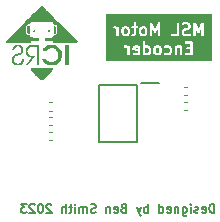
<source format=gbr>
%TF.GenerationSoftware,KiCad,Pcbnew,7.0.1*%
%TF.CreationDate,2023-06-28T22:55:46+01:00*%
%TF.ProjectId,Motor Encoder Board,4d6f746f-7220-4456-9e63-6f6465722042,rev?*%
%TF.SameCoordinates,Original*%
%TF.FileFunction,Legend,Bot*%
%TF.FilePolarity,Positive*%
%FSLAX46Y46*%
G04 Gerber Fmt 4.6, Leading zero omitted, Abs format (unit mm)*
G04 Created by KiCad (PCBNEW 7.0.1) date 2023-06-28 22:55:46*
%MOMM*%
%LPD*%
G01*
G04 APERTURE LIST*
%ADD10C,0.200000*%
%ADD11C,0.150000*%
%ADD12C,0.120000*%
G04 APERTURE END LIST*
D10*
G36*
X120464573Y-55440756D02*
G01*
X120489243Y-55465426D01*
X120519047Y-55525034D01*
X120519047Y-55763536D01*
X120489243Y-55823143D01*
X120464572Y-55847814D01*
X120404965Y-55877619D01*
X120309320Y-55877619D01*
X120249713Y-55847815D01*
X120225042Y-55823143D01*
X120195238Y-55763536D01*
X120195238Y-55525034D01*
X120225042Y-55465425D01*
X120249712Y-55440756D01*
X120309320Y-55410952D01*
X120404965Y-55410952D01*
X120464573Y-55440756D01*
G37*
G36*
X119559811Y-55440756D02*
G01*
X119584481Y-55465426D01*
X119614285Y-55525034D01*
X119614285Y-55763536D01*
X119584481Y-55823143D01*
X119559810Y-55847814D01*
X119500203Y-55877619D01*
X119356939Y-55877619D01*
X119338095Y-55868197D01*
X119338095Y-55420374D01*
X119356939Y-55410952D01*
X119500203Y-55410952D01*
X119559811Y-55440756D01*
G37*
G36*
X118687368Y-55433106D02*
G01*
X118709523Y-55477415D01*
X118709523Y-55522304D01*
X118438037Y-55468007D01*
X118455487Y-55433106D01*
X118499796Y-55410952D01*
X118643060Y-55410952D01*
X118687368Y-55433106D01*
G37*
G36*
X119250287Y-53820756D02*
G01*
X119274957Y-53845426D01*
X119304761Y-53905034D01*
X119304761Y-54143536D01*
X119274957Y-54203143D01*
X119250286Y-54227814D01*
X119190679Y-54257619D01*
X119095034Y-54257619D01*
X119035427Y-54227815D01*
X119010756Y-54203143D01*
X118980952Y-54143536D01*
X118980952Y-53905034D01*
X119010756Y-53845425D01*
X119035426Y-53820756D01*
X119095034Y-53790952D01*
X119190679Y-53790952D01*
X119250287Y-53820756D01*
G37*
G36*
X117774096Y-53820756D02*
G01*
X117798766Y-53845426D01*
X117828570Y-53905034D01*
X117828570Y-54143536D01*
X117798766Y-54203143D01*
X117774095Y-54227814D01*
X117714488Y-54257619D01*
X117618843Y-54257619D01*
X117559236Y-54227815D01*
X117534565Y-54203143D01*
X117504761Y-54143536D01*
X117504761Y-53905034D01*
X117534565Y-53845425D01*
X117559235Y-53820756D01*
X117618843Y-53790952D01*
X117714488Y-53790952D01*
X117774096Y-53820756D01*
G37*
G36*
X124997620Y-56542857D02*
G01*
X116002381Y-56542857D01*
X116002381Y-55325784D01*
X117515886Y-55325784D01*
X117540281Y-55379203D01*
X117589684Y-55410952D01*
X117690679Y-55410952D01*
X117750287Y-55440756D01*
X117774957Y-55465426D01*
X117804761Y-55525034D01*
X117804761Y-55991998D01*
X117817084Y-56033966D01*
X117861466Y-56072423D01*
X117919593Y-56080780D01*
X117973012Y-56056385D01*
X118004761Y-56006982D01*
X118004761Y-55543359D01*
X118229267Y-55543359D01*
X118233333Y-55560648D01*
X118233333Y-55563426D01*
X118236614Y-55574601D01*
X118242711Y-55600525D01*
X118244827Y-55602571D01*
X118245656Y-55605394D01*
X118265782Y-55622833D01*
X118284929Y-55641347D01*
X118287814Y-55641924D01*
X118290038Y-55643851D01*
X118316398Y-55647640D01*
X118709523Y-55726265D01*
X118709523Y-55811154D01*
X118687368Y-55855464D01*
X118643060Y-55877619D01*
X118499796Y-55877619D01*
X118412812Y-55834127D01*
X118369764Y-55826380D01*
X118315519Y-55848878D01*
X118282049Y-55897131D01*
X118279979Y-55955820D01*
X118309968Y-56006311D01*
X118426651Y-56064653D01*
X118446827Y-56077619D01*
X118467262Y-56077619D01*
X118487378Y-56081239D01*
X118496106Y-56077619D01*
X118661281Y-56077619D01*
X118685124Y-56080193D01*
X118703400Y-56071054D01*
X118723013Y-56065296D01*
X118729201Y-56058154D01*
X118783838Y-56030835D01*
X118787725Y-56030973D01*
X118809867Y-56017821D01*
X118819486Y-56013012D01*
X118822173Y-56010511D01*
X118838215Y-56000984D01*
X118843256Y-55990901D01*
X118851512Y-55983222D01*
X118856134Y-55965144D01*
X118896555Y-55884301D01*
X118909523Y-55864124D01*
X118909523Y-55843688D01*
X118913143Y-55823573D01*
X118909523Y-55814845D01*
X118909523Y-55661460D01*
X118913589Y-55649972D01*
X118909523Y-55632684D01*
X118909523Y-55459193D01*
X118912097Y-55435350D01*
X118902958Y-55417072D01*
X118897200Y-55397462D01*
X118890058Y-55391274D01*
X118875543Y-55362244D01*
X119133938Y-55362244D01*
X119138095Y-55374753D01*
X119138095Y-55928233D01*
X119137122Y-55955820D01*
X119138095Y-55957458D01*
X119138095Y-55991998D01*
X119150418Y-56033966D01*
X119194800Y-56072423D01*
X119252927Y-56080780D01*
X119285641Y-56065840D01*
X119303970Y-56077619D01*
X119324405Y-56077619D01*
X119344521Y-56081239D01*
X119353249Y-56077619D01*
X119518424Y-56077619D01*
X119542267Y-56080193D01*
X119560543Y-56071054D01*
X119580156Y-56065296D01*
X119586344Y-56058154D01*
X119652552Y-56025050D01*
X119668996Y-56021473D01*
X119688481Y-56001987D01*
X119708655Y-55983222D01*
X119709139Y-55981328D01*
X119728512Y-55961955D01*
X119742977Y-55953364D01*
X119755294Y-55928729D01*
X119768506Y-55904533D01*
X119768366Y-55902585D01*
X119801319Y-55836680D01*
X119814285Y-55816505D01*
X119814285Y-55796070D01*
X119817905Y-55775954D01*
X119814285Y-55767226D01*
X119814285Y-55512616D01*
X119991618Y-55512616D01*
X119995238Y-55521344D01*
X119995238Y-55781757D01*
X119992664Y-55805600D01*
X120001802Y-55823876D01*
X120007561Y-55843489D01*
X120014702Y-55849677D01*
X120047806Y-55915884D01*
X120051383Y-55932327D01*
X120070866Y-55951810D01*
X120089635Y-55971988D01*
X120091527Y-55972471D01*
X120110899Y-55991844D01*
X120119492Y-56006311D01*
X120144130Y-56018630D01*
X120168321Y-56031840D01*
X120170270Y-56031700D01*
X120236175Y-56064653D01*
X120256351Y-56077619D01*
X120276786Y-56077619D01*
X120296902Y-56081239D01*
X120305630Y-56077619D01*
X120423186Y-56077619D01*
X120447029Y-56080193D01*
X120465305Y-56071054D01*
X120484918Y-56065296D01*
X120491106Y-56058154D01*
X120557314Y-56025050D01*
X120573758Y-56021473D01*
X120593243Y-56001987D01*
X120613417Y-55983222D01*
X120613901Y-55981328D01*
X120633274Y-55961955D01*
X120647739Y-55953364D01*
X120660056Y-55928729D01*
X120673268Y-55904533D01*
X120673128Y-55902585D01*
X120706081Y-55836680D01*
X120719047Y-55816505D01*
X120719047Y-55796070D01*
X120722667Y-55775954D01*
X120719047Y-55767226D01*
X120719047Y-55506812D01*
X120721621Y-55482969D01*
X120712482Y-55464691D01*
X120706724Y-55445081D01*
X120699582Y-55438893D01*
X120666477Y-55372682D01*
X120664207Y-55362244D01*
X120895843Y-55362244D01*
X120914363Y-55417972D01*
X120960072Y-55454842D01*
X121018458Y-55461145D01*
X121118844Y-55410952D01*
X121262108Y-55410952D01*
X121321716Y-55440756D01*
X121346386Y-55465426D01*
X121376190Y-55525034D01*
X121376190Y-55763536D01*
X121346386Y-55823143D01*
X121321715Y-55847814D01*
X121262108Y-55877619D01*
X121118844Y-55877619D01*
X121031860Y-55834127D01*
X120988812Y-55826380D01*
X120934567Y-55848878D01*
X120901097Y-55897131D01*
X120899027Y-55955820D01*
X120929016Y-56006311D01*
X121045699Y-56064653D01*
X121065875Y-56077619D01*
X121086310Y-56077619D01*
X121106426Y-56081239D01*
X121115154Y-56077619D01*
X121280329Y-56077619D01*
X121304172Y-56080193D01*
X121322448Y-56071054D01*
X121342061Y-56065296D01*
X121348249Y-56058154D01*
X121414457Y-56025050D01*
X121430901Y-56021473D01*
X121450386Y-56001987D01*
X121470560Y-55983222D01*
X121471044Y-55981328D01*
X121490417Y-55961955D01*
X121504882Y-55953364D01*
X121517199Y-55928729D01*
X121530411Y-55904533D01*
X121530271Y-55902585D01*
X121563224Y-55836680D01*
X121576190Y-55816505D01*
X121576190Y-55796070D01*
X121579810Y-55775954D01*
X121576190Y-55767226D01*
X121576190Y-55506812D01*
X121578764Y-55482969D01*
X121569778Y-55464997D01*
X121801142Y-55464997D01*
X121804762Y-55473725D01*
X121804762Y-55991998D01*
X121817085Y-56033966D01*
X121861467Y-56072423D01*
X121919594Y-56080780D01*
X121973013Y-56056385D01*
X122004762Y-56006982D01*
X122004762Y-55477415D01*
X122026916Y-55433106D01*
X122071225Y-55410952D01*
X122166870Y-55410952D01*
X122226478Y-55440756D01*
X122233333Y-55447611D01*
X122233333Y-55991998D01*
X122245656Y-56033966D01*
X122290038Y-56072423D01*
X122348165Y-56080780D01*
X122401584Y-56056385D01*
X122433333Y-56006982D01*
X122433333Y-55992451D01*
X122658744Y-55992451D01*
X122683139Y-56045870D01*
X122732542Y-56077619D01*
X123230941Y-56077619D01*
X123252927Y-56080780D01*
X123273130Y-56071553D01*
X123294442Y-56065296D01*
X123299424Y-56059545D01*
X123306346Y-56056385D01*
X123318354Y-56037699D01*
X123332899Y-56020914D01*
X123333981Y-56013382D01*
X123338095Y-56006982D01*
X123338095Y-55984773D01*
X123341256Y-55962787D01*
X123338095Y-55955865D01*
X123338095Y-55460963D01*
X123341256Y-55438977D01*
X123338095Y-55432055D01*
X123338095Y-54984773D01*
X123341256Y-54962787D01*
X123332029Y-54942583D01*
X123325772Y-54921272D01*
X123320021Y-54916289D01*
X123316861Y-54909368D01*
X123298175Y-54897359D01*
X123281390Y-54882815D01*
X123273858Y-54881732D01*
X123267458Y-54877619D01*
X123245249Y-54877619D01*
X123223263Y-54874458D01*
X123216341Y-54877619D01*
X122747526Y-54877619D01*
X122705558Y-54889942D01*
X122667101Y-54934324D01*
X122658744Y-54992451D01*
X122683139Y-55045870D01*
X122732542Y-55077619D01*
X123138095Y-55077619D01*
X123138095Y-55353809D01*
X122890383Y-55353809D01*
X122848415Y-55366132D01*
X122809958Y-55410514D01*
X122801601Y-55468641D01*
X122825996Y-55522060D01*
X122875399Y-55553809D01*
X123138095Y-55553809D01*
X123138095Y-55877619D01*
X122747526Y-55877619D01*
X122705558Y-55889942D01*
X122667101Y-55934324D01*
X122658744Y-55992451D01*
X122433333Y-55992451D01*
X122433333Y-55424231D01*
X122437289Y-55413625D01*
X122433333Y-55395440D01*
X122433333Y-55296573D01*
X122421010Y-55254605D01*
X122376628Y-55216148D01*
X122318501Y-55207791D01*
X122265082Y-55232186D01*
X122263007Y-55235414D01*
X122240017Y-55223919D01*
X122219839Y-55210952D01*
X122199403Y-55210952D01*
X122179288Y-55207332D01*
X122170560Y-55210952D01*
X122053003Y-55210952D01*
X122029160Y-55208378D01*
X122010882Y-55217516D01*
X121991272Y-55223275D01*
X121985084Y-55230416D01*
X121930446Y-55257735D01*
X121926561Y-55257598D01*
X121904421Y-55270747D01*
X121894799Y-55275559D01*
X121892110Y-55278059D01*
X121876070Y-55287587D01*
X121871029Y-55297668D01*
X121862772Y-55305349D01*
X121858148Y-55323429D01*
X121817729Y-55404267D01*
X121804762Y-55424446D01*
X121804762Y-55444882D01*
X121801142Y-55464997D01*
X121569778Y-55464997D01*
X121569625Y-55464691D01*
X121563867Y-55445081D01*
X121556725Y-55438893D01*
X121523620Y-55372682D01*
X121520044Y-55356242D01*
X121500569Y-55336767D01*
X121481793Y-55316581D01*
X121479898Y-55316096D01*
X121460528Y-55296726D01*
X121451936Y-55282260D01*
X121427301Y-55269942D01*
X121403106Y-55256731D01*
X121401156Y-55256870D01*
X121335255Y-55223919D01*
X121315077Y-55210952D01*
X121294641Y-55210952D01*
X121274526Y-55207332D01*
X121265798Y-55210952D01*
X121100622Y-55210952D01*
X121076779Y-55208378D01*
X121058501Y-55217516D01*
X121038891Y-55223275D01*
X121032703Y-55230416D01*
X120942418Y-55275559D01*
X120910391Y-55305349D01*
X120895843Y-55362244D01*
X120664207Y-55362244D01*
X120662901Y-55356242D01*
X120643426Y-55336767D01*
X120624650Y-55316581D01*
X120622755Y-55316096D01*
X120603385Y-55296726D01*
X120594793Y-55282260D01*
X120570158Y-55269942D01*
X120545963Y-55256731D01*
X120544013Y-55256870D01*
X120478112Y-55223919D01*
X120457934Y-55210952D01*
X120437498Y-55210952D01*
X120417383Y-55207332D01*
X120408655Y-55210952D01*
X120291098Y-55210952D01*
X120267255Y-55208378D01*
X120248977Y-55217516D01*
X120229367Y-55223275D01*
X120223179Y-55230416D01*
X120156968Y-55263521D01*
X120140528Y-55267098D01*
X120121053Y-55286572D01*
X120100867Y-55305349D01*
X120100382Y-55307243D01*
X120081012Y-55326613D01*
X120066546Y-55335206D01*
X120054228Y-55359840D01*
X120041017Y-55384036D01*
X120041156Y-55385985D01*
X120008205Y-55451886D01*
X119995238Y-55472065D01*
X119995238Y-55492501D01*
X119991618Y-55512616D01*
X119814285Y-55512616D01*
X119814285Y-55506812D01*
X119816859Y-55482969D01*
X119807720Y-55464691D01*
X119801962Y-55445081D01*
X119794820Y-55438893D01*
X119761715Y-55372682D01*
X119758139Y-55356242D01*
X119738664Y-55336767D01*
X119719888Y-55316581D01*
X119717993Y-55316096D01*
X119698623Y-55296726D01*
X119690031Y-55282260D01*
X119665396Y-55269942D01*
X119641201Y-55256731D01*
X119639251Y-55256870D01*
X119573350Y-55223919D01*
X119553172Y-55210952D01*
X119532736Y-55210952D01*
X119512621Y-55207332D01*
X119503893Y-55210952D01*
X119338717Y-55210952D01*
X119338095Y-55210885D01*
X119338095Y-54963240D01*
X119325772Y-54921272D01*
X119281390Y-54882815D01*
X119223263Y-54874458D01*
X119169844Y-54898853D01*
X119138095Y-54948256D01*
X119138095Y-55345987D01*
X119133938Y-55362244D01*
X118875543Y-55362244D01*
X118862739Y-55336636D01*
X118862877Y-55332751D01*
X118849727Y-55310611D01*
X118844916Y-55300989D01*
X118842415Y-55298300D01*
X118832888Y-55282260D01*
X118822806Y-55277219D01*
X118815126Y-55268962D01*
X118797045Y-55264338D01*
X118716207Y-55223919D01*
X118696029Y-55210952D01*
X118675593Y-55210952D01*
X118655478Y-55207332D01*
X118646750Y-55210952D01*
X118481574Y-55210952D01*
X118457731Y-55208378D01*
X118439453Y-55217516D01*
X118419843Y-55223275D01*
X118413655Y-55230416D01*
X118359017Y-55257735D01*
X118355132Y-55257598D01*
X118332992Y-55270747D01*
X118323370Y-55275559D01*
X118320681Y-55278059D01*
X118304641Y-55287587D01*
X118299600Y-55297668D01*
X118291343Y-55305349D01*
X118286719Y-55323429D01*
X118246300Y-55404267D01*
X118233333Y-55424446D01*
X118233333Y-55444882D01*
X118229713Y-55464997D01*
X118233333Y-55473725D01*
X118233333Y-55531871D01*
X118229267Y-55543359D01*
X118004761Y-55543359D01*
X118004761Y-55506812D01*
X118007335Y-55482969D01*
X118004761Y-55477821D01*
X118004761Y-55296573D01*
X117992438Y-55254605D01*
X117948056Y-55216148D01*
X117889929Y-55207791D01*
X117836510Y-55232186D01*
X117822854Y-55253433D01*
X117763826Y-55223919D01*
X117743648Y-55210952D01*
X117723212Y-55210952D01*
X117703097Y-55207332D01*
X117694369Y-55210952D01*
X117604668Y-55210952D01*
X117562700Y-55223275D01*
X117524243Y-55267657D01*
X117515886Y-55325784D01*
X116002381Y-55325784D01*
X116002381Y-53705784D01*
X116587314Y-53705784D01*
X116611709Y-53759203D01*
X116661112Y-53790952D01*
X116762107Y-53790952D01*
X116821715Y-53820756D01*
X116846385Y-53845426D01*
X116876189Y-53905034D01*
X116876189Y-54371998D01*
X116888512Y-54413966D01*
X116932894Y-54452423D01*
X116991021Y-54460780D01*
X117044440Y-54436385D01*
X117076189Y-54386982D01*
X117076189Y-53892616D01*
X117301141Y-53892616D01*
X117304761Y-53901344D01*
X117304761Y-54161757D01*
X117302187Y-54185600D01*
X117311325Y-54203876D01*
X117317084Y-54223489D01*
X117324225Y-54229677D01*
X117357329Y-54295884D01*
X117360906Y-54312327D01*
X117380389Y-54331810D01*
X117399158Y-54351988D01*
X117401050Y-54352471D01*
X117420422Y-54371844D01*
X117429015Y-54386311D01*
X117453653Y-54398630D01*
X117477844Y-54411840D01*
X117479793Y-54411700D01*
X117545698Y-54444653D01*
X117565874Y-54457619D01*
X117586309Y-54457619D01*
X117606425Y-54461239D01*
X117615153Y-54457619D01*
X117732709Y-54457619D01*
X117756552Y-54460193D01*
X117774828Y-54451054D01*
X117794441Y-54445296D01*
X117800629Y-54438154D01*
X117866837Y-54405050D01*
X117883281Y-54401473D01*
X117902766Y-54381987D01*
X117913018Y-54372451D01*
X118111124Y-54372451D01*
X118135519Y-54425870D01*
X118184922Y-54457619D01*
X118304138Y-54457619D01*
X118327981Y-54460193D01*
X118346257Y-54451054D01*
X118365870Y-54445296D01*
X118372058Y-54438154D01*
X118426695Y-54410835D01*
X118430582Y-54410973D01*
X118452724Y-54397821D01*
X118462343Y-54393012D01*
X118465030Y-54390511D01*
X118481072Y-54380984D01*
X118486113Y-54370901D01*
X118494369Y-54363222D01*
X118498991Y-54345144D01*
X118539412Y-54264301D01*
X118552380Y-54244124D01*
X118552380Y-54223688D01*
X118556000Y-54203573D01*
X118552380Y-54194845D01*
X118552380Y-53892616D01*
X118777332Y-53892616D01*
X118780952Y-53901344D01*
X118780952Y-54161757D01*
X118778378Y-54185600D01*
X118787516Y-54203876D01*
X118793275Y-54223489D01*
X118800416Y-54229677D01*
X118833520Y-54295884D01*
X118837097Y-54312327D01*
X118856580Y-54331810D01*
X118875349Y-54351988D01*
X118877241Y-54352471D01*
X118896613Y-54371844D01*
X118905206Y-54386311D01*
X118929844Y-54398630D01*
X118954035Y-54411840D01*
X118955984Y-54411700D01*
X119021889Y-54444653D01*
X119042065Y-54457619D01*
X119062500Y-54457619D01*
X119082616Y-54461239D01*
X119091344Y-54457619D01*
X119208900Y-54457619D01*
X119232743Y-54460193D01*
X119251019Y-54451054D01*
X119270632Y-54445296D01*
X119276820Y-54438154D01*
X119343028Y-54405050D01*
X119359472Y-54401473D01*
X119378957Y-54381987D01*
X119399131Y-54363222D01*
X119399615Y-54361328D01*
X119418988Y-54341955D01*
X119433453Y-54333364D01*
X119445770Y-54308729D01*
X119458982Y-54284533D01*
X119458842Y-54282585D01*
X119491795Y-54216680D01*
X119504761Y-54196505D01*
X119504761Y-54176070D01*
X119508381Y-54155954D01*
X119504761Y-54147226D01*
X119504761Y-53886812D01*
X119507335Y-53862969D01*
X119498196Y-53844691D01*
X119492438Y-53825081D01*
X119485296Y-53818893D01*
X119452191Y-53752682D01*
X119448615Y-53736242D01*
X119429140Y-53716767D01*
X119410364Y-53696581D01*
X119408469Y-53696096D01*
X119389099Y-53676726D01*
X119380507Y-53662260D01*
X119355872Y-53649942D01*
X119331677Y-53636731D01*
X119329727Y-53636870D01*
X119263826Y-53603919D01*
X119243648Y-53590952D01*
X119223212Y-53590952D01*
X119203097Y-53587332D01*
X119194369Y-53590952D01*
X119076812Y-53590952D01*
X119052969Y-53588378D01*
X119034691Y-53597516D01*
X119015081Y-53603275D01*
X119008893Y-53610416D01*
X118942682Y-53643521D01*
X118926242Y-53647098D01*
X118906767Y-53666572D01*
X118886581Y-53685349D01*
X118886096Y-53687243D01*
X118866726Y-53706613D01*
X118852260Y-53715206D01*
X118839942Y-53739840D01*
X118826731Y-53764036D01*
X118826870Y-53765985D01*
X118793919Y-53831886D01*
X118780952Y-53852065D01*
X118780952Y-53872501D01*
X118777332Y-53892616D01*
X118552380Y-53892616D01*
X118552380Y-53790952D01*
X118609616Y-53790952D01*
X118651584Y-53778629D01*
X118690041Y-53734247D01*
X118698398Y-53676120D01*
X118674003Y-53622701D01*
X118624600Y-53590952D01*
X118552380Y-53590952D01*
X118552380Y-53373299D01*
X119730298Y-53373299D01*
X119733333Y-53379803D01*
X119733333Y-54371998D01*
X119745656Y-54413966D01*
X119790038Y-54452423D01*
X119848165Y-54460780D01*
X119901584Y-54436385D01*
X119933333Y-54386982D01*
X119933333Y-53808375D01*
X120075706Y-54113462D01*
X120087342Y-54139505D01*
X120100581Y-54148168D01*
X120111043Y-54160042D01*
X120124646Y-54163915D01*
X120136481Y-54171659D01*
X120152303Y-54171789D01*
X120167524Y-54176123D01*
X120181062Y-54172026D01*
X120195205Y-54172143D01*
X120208586Y-54163697D01*
X120223732Y-54159115D01*
X120232906Y-54148349D01*
X120244867Y-54140801D01*
X120251557Y-54126463D01*
X120261823Y-54114418D01*
X120263720Y-54100399D01*
X120399999Y-53808375D01*
X120399999Y-54371998D01*
X120412322Y-54413966D01*
X120456704Y-54452423D01*
X120514831Y-54460780D01*
X120568250Y-54436385D01*
X120599999Y-54386982D01*
X120599999Y-54372451D01*
X121492077Y-54372451D01*
X121516472Y-54425870D01*
X121565875Y-54457619D01*
X122064274Y-54457619D01*
X122086260Y-54460780D01*
X122106463Y-54451553D01*
X122127775Y-54445296D01*
X122132757Y-54439545D01*
X122139679Y-54436385D01*
X122151687Y-54417699D01*
X122166232Y-54400914D01*
X122167314Y-54393382D01*
X122171428Y-54386982D01*
X122171428Y-54364773D01*
X122174589Y-54342787D01*
X122171428Y-54335865D01*
X122171428Y-53394144D01*
X122396370Y-53394144D01*
X122406823Y-53451931D01*
X122446859Y-53494895D01*
X122503767Y-53509392D01*
X122659083Y-53457619D01*
X122857346Y-53457619D01*
X122916954Y-53487423D01*
X122941624Y-53512093D01*
X122971428Y-53571701D01*
X122971428Y-53619727D01*
X122941624Y-53679335D01*
X122916954Y-53704004D01*
X122846050Y-53739456D01*
X122683501Y-53780093D01*
X122672017Y-53778854D01*
X122655573Y-53787075D01*
X122652273Y-53787901D01*
X122642756Y-53793484D01*
X122561730Y-53833997D01*
X122545290Y-53837574D01*
X122525815Y-53857048D01*
X122505629Y-53875825D01*
X122505144Y-53877719D01*
X122485774Y-53897089D01*
X122471308Y-53905682D01*
X122458990Y-53930316D01*
X122445779Y-53954512D01*
X122445918Y-53956461D01*
X122412967Y-54022362D01*
X122400000Y-54042541D01*
X122400000Y-54062977D01*
X122396380Y-54083092D01*
X122400000Y-54091820D01*
X122400000Y-54161757D01*
X122397426Y-54185600D01*
X122406564Y-54203876D01*
X122412323Y-54223489D01*
X122419464Y-54229677D01*
X122452568Y-54295884D01*
X122456145Y-54312327D01*
X122475628Y-54331810D01*
X122494397Y-54351988D01*
X122496289Y-54352471D01*
X122515661Y-54371844D01*
X122524254Y-54386311D01*
X122548892Y-54398630D01*
X122573083Y-54411840D01*
X122575032Y-54411700D01*
X122640937Y-54444653D01*
X122661113Y-54457619D01*
X122681548Y-54457619D01*
X122701664Y-54461239D01*
X122710392Y-54457619D01*
X122916031Y-54457619D01*
X122932338Y-54461773D01*
X122958477Y-54453059D01*
X122984918Y-54445296D01*
X122986197Y-54443819D01*
X123116691Y-54400321D01*
X123152609Y-54375359D01*
X123175058Y-54321094D01*
X123164604Y-54263307D01*
X123124569Y-54220344D01*
X123067661Y-54205846D01*
X122912344Y-54257619D01*
X122714082Y-54257619D01*
X122654475Y-54227815D01*
X122629804Y-54203143D01*
X122600000Y-54143536D01*
X122600000Y-54095510D01*
X122629804Y-54035901D01*
X122654474Y-54011232D01*
X122725377Y-53975780D01*
X122887925Y-53935143D01*
X122899410Y-53936383D01*
X122915853Y-53928161D01*
X122919155Y-53927336D01*
X122928675Y-53921750D01*
X123009695Y-53881240D01*
X123026138Y-53877663D01*
X123045617Y-53858183D01*
X123065798Y-53839412D01*
X123066282Y-53837518D01*
X123085653Y-53818147D01*
X123100120Y-53809555D01*
X123112438Y-53784918D01*
X123125649Y-53760725D01*
X123125509Y-53758776D01*
X123158462Y-53692871D01*
X123171428Y-53672696D01*
X123171428Y-53652261D01*
X123175048Y-53632145D01*
X123171428Y-53623417D01*
X123171428Y-53553479D01*
X123174002Y-53529636D01*
X123164863Y-53511358D01*
X123159105Y-53491748D01*
X123151963Y-53485560D01*
X123118858Y-53419349D01*
X123115282Y-53402909D01*
X123095807Y-53383434D01*
X123086380Y-53373299D01*
X123396965Y-53373299D01*
X123400000Y-53379803D01*
X123400000Y-54371998D01*
X123412323Y-54413966D01*
X123456705Y-54452423D01*
X123514832Y-54460780D01*
X123568251Y-54436385D01*
X123600000Y-54386982D01*
X123600000Y-53808375D01*
X123742373Y-54113462D01*
X123754009Y-54139505D01*
X123767248Y-54148168D01*
X123777710Y-54160042D01*
X123791313Y-54163915D01*
X123803148Y-54171659D01*
X123818970Y-54171789D01*
X123834191Y-54176123D01*
X123847729Y-54172026D01*
X123861872Y-54172143D01*
X123875253Y-54163697D01*
X123890399Y-54159115D01*
X123899573Y-54148349D01*
X123911534Y-54140801D01*
X123918224Y-54126463D01*
X123928490Y-54114418D01*
X123930387Y-54100399D01*
X124066666Y-53808375D01*
X124066666Y-54371998D01*
X124078989Y-54413966D01*
X124123371Y-54452423D01*
X124181498Y-54460780D01*
X124234917Y-54436385D01*
X124266666Y-54386982D01*
X124266666Y-53365187D01*
X124269946Y-53343635D01*
X124260715Y-53322975D01*
X124254343Y-53301272D01*
X124248919Y-53296572D01*
X124245991Y-53290018D01*
X124227057Y-53277629D01*
X124209961Y-53262815D01*
X124202856Y-53261793D01*
X124196851Y-53257864D01*
X124174227Y-53257677D01*
X124151834Y-53254458D01*
X124145305Y-53257439D01*
X124138127Y-53257380D01*
X124118992Y-53269455D01*
X124098415Y-53278853D01*
X124094534Y-53284891D01*
X124088465Y-53288722D01*
X124078898Y-53309221D01*
X124066666Y-53328256D01*
X124066666Y-53335434D01*
X123833333Y-53835432D01*
X123593817Y-53322184D01*
X123587677Y-53301272D01*
X123570580Y-53286457D01*
X123555623Y-53269481D01*
X123548719Y-53267515D01*
X123543295Y-53262815D01*
X123520902Y-53259595D01*
X123499142Y-53253400D01*
X123492270Y-53255479D01*
X123485168Y-53254458D01*
X123464592Y-53263854D01*
X123442934Y-53270408D01*
X123438278Y-53275871D01*
X123431749Y-53278853D01*
X123419518Y-53297884D01*
X123404843Y-53315105D01*
X123403880Y-53322218D01*
X123400000Y-53328256D01*
X123400000Y-53350880D01*
X123396965Y-53373299D01*
X123086380Y-53373299D01*
X123077031Y-53363248D01*
X123075136Y-53362763D01*
X123055766Y-53343393D01*
X123047174Y-53328927D01*
X123022539Y-53316609D01*
X122998344Y-53303398D01*
X122996394Y-53303537D01*
X122930493Y-53270586D01*
X122910315Y-53257619D01*
X122889879Y-53257619D01*
X122869764Y-53253999D01*
X122861036Y-53257619D01*
X122655395Y-53257619D01*
X122639090Y-53253465D01*
X122612949Y-53262178D01*
X122586510Y-53269942D01*
X122585230Y-53271418D01*
X122454736Y-53314917D01*
X122418819Y-53339879D01*
X122396370Y-53394144D01*
X122171428Y-53394144D01*
X122171428Y-53343240D01*
X122159105Y-53301272D01*
X122114723Y-53262815D01*
X122056596Y-53254458D01*
X122003177Y-53278853D01*
X121971428Y-53328256D01*
X121971428Y-54257619D01*
X121580859Y-54257619D01*
X121538891Y-54269942D01*
X121500434Y-54314324D01*
X121492077Y-54372451D01*
X120599999Y-54372451D01*
X120599999Y-53365187D01*
X120603279Y-53343635D01*
X120594048Y-53322975D01*
X120587676Y-53301272D01*
X120582252Y-53296572D01*
X120579324Y-53290018D01*
X120560390Y-53277629D01*
X120543294Y-53262815D01*
X120536189Y-53261793D01*
X120530184Y-53257864D01*
X120507560Y-53257677D01*
X120485167Y-53254458D01*
X120478638Y-53257439D01*
X120471460Y-53257380D01*
X120452325Y-53269455D01*
X120431748Y-53278853D01*
X120427867Y-53284891D01*
X120421798Y-53288722D01*
X120412231Y-53309221D01*
X120399999Y-53328256D01*
X120399999Y-53335434D01*
X120166666Y-53835432D01*
X119927150Y-53322184D01*
X119921010Y-53301272D01*
X119903913Y-53286457D01*
X119888956Y-53269481D01*
X119882052Y-53267515D01*
X119876628Y-53262815D01*
X119854235Y-53259595D01*
X119832475Y-53253400D01*
X119825603Y-53255479D01*
X119818501Y-53254458D01*
X119797925Y-53263854D01*
X119776267Y-53270408D01*
X119771611Y-53275871D01*
X119765082Y-53278853D01*
X119752851Y-53297884D01*
X119738176Y-53315105D01*
X119737213Y-53322218D01*
X119733333Y-53328256D01*
X119733333Y-53350880D01*
X119730298Y-53373299D01*
X118552380Y-53373299D01*
X118552380Y-53343240D01*
X118540057Y-53301272D01*
X118495675Y-53262815D01*
X118437548Y-53254458D01*
X118384129Y-53278853D01*
X118352380Y-53328256D01*
X118352380Y-53590952D01*
X118199906Y-53590952D01*
X118157938Y-53603275D01*
X118119481Y-53647657D01*
X118111124Y-53705784D01*
X118135519Y-53759203D01*
X118184922Y-53790952D01*
X118352380Y-53790952D01*
X118352380Y-54191154D01*
X118330225Y-54235464D01*
X118285917Y-54257619D01*
X118199906Y-54257619D01*
X118157938Y-54269942D01*
X118119481Y-54314324D01*
X118111124Y-54372451D01*
X117913018Y-54372451D01*
X117922940Y-54363222D01*
X117923424Y-54361328D01*
X117942797Y-54341955D01*
X117957262Y-54333364D01*
X117969579Y-54308729D01*
X117982791Y-54284533D01*
X117982651Y-54282585D01*
X118015604Y-54216680D01*
X118028570Y-54196505D01*
X118028570Y-54176070D01*
X118032190Y-54155954D01*
X118028570Y-54147226D01*
X118028570Y-53886812D01*
X118031144Y-53862969D01*
X118022005Y-53844691D01*
X118016247Y-53825081D01*
X118009105Y-53818893D01*
X117976000Y-53752682D01*
X117972424Y-53736242D01*
X117952949Y-53716767D01*
X117934173Y-53696581D01*
X117932278Y-53696096D01*
X117912908Y-53676726D01*
X117904316Y-53662260D01*
X117879681Y-53649942D01*
X117855486Y-53636731D01*
X117853536Y-53636870D01*
X117787635Y-53603919D01*
X117767457Y-53590952D01*
X117747021Y-53590952D01*
X117726906Y-53587332D01*
X117718178Y-53590952D01*
X117600621Y-53590952D01*
X117576778Y-53588378D01*
X117558500Y-53597516D01*
X117538890Y-53603275D01*
X117532702Y-53610416D01*
X117466491Y-53643521D01*
X117450051Y-53647098D01*
X117430576Y-53666572D01*
X117410390Y-53685349D01*
X117409905Y-53687243D01*
X117390535Y-53706613D01*
X117376069Y-53715206D01*
X117363751Y-53739840D01*
X117350540Y-53764036D01*
X117350679Y-53765985D01*
X117317728Y-53831886D01*
X117304761Y-53852065D01*
X117304761Y-53872501D01*
X117301141Y-53892616D01*
X117076189Y-53892616D01*
X117076189Y-53886812D01*
X117078763Y-53862969D01*
X117076189Y-53857821D01*
X117076189Y-53676573D01*
X117063866Y-53634605D01*
X117019484Y-53596148D01*
X116961357Y-53587791D01*
X116907938Y-53612186D01*
X116894282Y-53633433D01*
X116835254Y-53603919D01*
X116815076Y-53590952D01*
X116794640Y-53590952D01*
X116774525Y-53587332D01*
X116765797Y-53590952D01*
X116676096Y-53590952D01*
X116634128Y-53603275D01*
X116595671Y-53647657D01*
X116587314Y-53705784D01*
X116002381Y-53705784D01*
X116002381Y-52537143D01*
X124997620Y-52537143D01*
X124997620Y-56542857D01*
G37*
D11*
X125160714Y-69408214D02*
X125160714Y-68658214D01*
X125160714Y-68658214D02*
X124982143Y-68658214D01*
X124982143Y-68658214D02*
X124875000Y-68693928D01*
X124875000Y-68693928D02*
X124803571Y-68765357D01*
X124803571Y-68765357D02*
X124767857Y-68836785D01*
X124767857Y-68836785D02*
X124732143Y-68979642D01*
X124732143Y-68979642D02*
X124732143Y-69086785D01*
X124732143Y-69086785D02*
X124767857Y-69229642D01*
X124767857Y-69229642D02*
X124803571Y-69301071D01*
X124803571Y-69301071D02*
X124875000Y-69372500D01*
X124875000Y-69372500D02*
X124982143Y-69408214D01*
X124982143Y-69408214D02*
X125160714Y-69408214D01*
X124125000Y-69372500D02*
X124196428Y-69408214D01*
X124196428Y-69408214D02*
X124339286Y-69408214D01*
X124339286Y-69408214D02*
X124410714Y-69372500D01*
X124410714Y-69372500D02*
X124446428Y-69301071D01*
X124446428Y-69301071D02*
X124446428Y-69015357D01*
X124446428Y-69015357D02*
X124410714Y-68943928D01*
X124410714Y-68943928D02*
X124339286Y-68908214D01*
X124339286Y-68908214D02*
X124196428Y-68908214D01*
X124196428Y-68908214D02*
X124125000Y-68943928D01*
X124125000Y-68943928D02*
X124089286Y-69015357D01*
X124089286Y-69015357D02*
X124089286Y-69086785D01*
X124089286Y-69086785D02*
X124446428Y-69158214D01*
X123803571Y-69372500D02*
X123732143Y-69408214D01*
X123732143Y-69408214D02*
X123589286Y-69408214D01*
X123589286Y-69408214D02*
X123517857Y-69372500D01*
X123517857Y-69372500D02*
X123482143Y-69301071D01*
X123482143Y-69301071D02*
X123482143Y-69265357D01*
X123482143Y-69265357D02*
X123517857Y-69193928D01*
X123517857Y-69193928D02*
X123589286Y-69158214D01*
X123589286Y-69158214D02*
X123696429Y-69158214D01*
X123696429Y-69158214D02*
X123767857Y-69122500D01*
X123767857Y-69122500D02*
X123803571Y-69051071D01*
X123803571Y-69051071D02*
X123803571Y-69015357D01*
X123803571Y-69015357D02*
X123767857Y-68943928D01*
X123767857Y-68943928D02*
X123696429Y-68908214D01*
X123696429Y-68908214D02*
X123589286Y-68908214D01*
X123589286Y-68908214D02*
X123517857Y-68943928D01*
X123160714Y-69408214D02*
X123160714Y-68908214D01*
X123160714Y-68658214D02*
X123196428Y-68693928D01*
X123196428Y-68693928D02*
X123160714Y-68729642D01*
X123160714Y-68729642D02*
X123125000Y-68693928D01*
X123125000Y-68693928D02*
X123160714Y-68658214D01*
X123160714Y-68658214D02*
X123160714Y-68729642D01*
X122482143Y-68908214D02*
X122482143Y-69515357D01*
X122482143Y-69515357D02*
X122517857Y-69586785D01*
X122517857Y-69586785D02*
X122553571Y-69622500D01*
X122553571Y-69622500D02*
X122625000Y-69658214D01*
X122625000Y-69658214D02*
X122732143Y-69658214D01*
X122732143Y-69658214D02*
X122803571Y-69622500D01*
X122482143Y-69372500D02*
X122553571Y-69408214D01*
X122553571Y-69408214D02*
X122696428Y-69408214D01*
X122696428Y-69408214D02*
X122767857Y-69372500D01*
X122767857Y-69372500D02*
X122803571Y-69336785D01*
X122803571Y-69336785D02*
X122839285Y-69265357D01*
X122839285Y-69265357D02*
X122839285Y-69051071D01*
X122839285Y-69051071D02*
X122803571Y-68979642D01*
X122803571Y-68979642D02*
X122767857Y-68943928D01*
X122767857Y-68943928D02*
X122696428Y-68908214D01*
X122696428Y-68908214D02*
X122553571Y-68908214D01*
X122553571Y-68908214D02*
X122482143Y-68943928D01*
X122125000Y-68908214D02*
X122125000Y-69408214D01*
X122125000Y-68979642D02*
X122089286Y-68943928D01*
X122089286Y-68943928D02*
X122017857Y-68908214D01*
X122017857Y-68908214D02*
X121910714Y-68908214D01*
X121910714Y-68908214D02*
X121839286Y-68943928D01*
X121839286Y-68943928D02*
X121803572Y-69015357D01*
X121803572Y-69015357D02*
X121803572Y-69408214D01*
X121160715Y-69372500D02*
X121232143Y-69408214D01*
X121232143Y-69408214D02*
X121375001Y-69408214D01*
X121375001Y-69408214D02*
X121446429Y-69372500D01*
X121446429Y-69372500D02*
X121482143Y-69301071D01*
X121482143Y-69301071D02*
X121482143Y-69015357D01*
X121482143Y-69015357D02*
X121446429Y-68943928D01*
X121446429Y-68943928D02*
X121375001Y-68908214D01*
X121375001Y-68908214D02*
X121232143Y-68908214D01*
X121232143Y-68908214D02*
X121160715Y-68943928D01*
X121160715Y-68943928D02*
X121125001Y-69015357D01*
X121125001Y-69015357D02*
X121125001Y-69086785D01*
X121125001Y-69086785D02*
X121482143Y-69158214D01*
X120482144Y-69408214D02*
X120482144Y-68658214D01*
X120482144Y-69372500D02*
X120553572Y-69408214D01*
X120553572Y-69408214D02*
X120696429Y-69408214D01*
X120696429Y-69408214D02*
X120767858Y-69372500D01*
X120767858Y-69372500D02*
X120803572Y-69336785D01*
X120803572Y-69336785D02*
X120839286Y-69265357D01*
X120839286Y-69265357D02*
X120839286Y-69051071D01*
X120839286Y-69051071D02*
X120803572Y-68979642D01*
X120803572Y-68979642D02*
X120767858Y-68943928D01*
X120767858Y-68943928D02*
X120696429Y-68908214D01*
X120696429Y-68908214D02*
X120553572Y-68908214D01*
X120553572Y-68908214D02*
X120482144Y-68943928D01*
X119553572Y-69408214D02*
X119553572Y-68658214D01*
X119553572Y-68943928D02*
X119482144Y-68908214D01*
X119482144Y-68908214D02*
X119339286Y-68908214D01*
X119339286Y-68908214D02*
X119267858Y-68943928D01*
X119267858Y-68943928D02*
X119232144Y-68979642D01*
X119232144Y-68979642D02*
X119196429Y-69051071D01*
X119196429Y-69051071D02*
X119196429Y-69265357D01*
X119196429Y-69265357D02*
X119232144Y-69336785D01*
X119232144Y-69336785D02*
X119267858Y-69372500D01*
X119267858Y-69372500D02*
X119339286Y-69408214D01*
X119339286Y-69408214D02*
X119482144Y-69408214D01*
X119482144Y-69408214D02*
X119553572Y-69372500D01*
X118946430Y-68908214D02*
X118767858Y-69408214D01*
X118589287Y-68908214D02*
X118767858Y-69408214D01*
X118767858Y-69408214D02*
X118839287Y-69586785D01*
X118839287Y-69586785D02*
X118875001Y-69622500D01*
X118875001Y-69622500D02*
X118946430Y-69658214D01*
X117482143Y-69015357D02*
X117375000Y-69051071D01*
X117375000Y-69051071D02*
X117339286Y-69086785D01*
X117339286Y-69086785D02*
X117303572Y-69158214D01*
X117303572Y-69158214D02*
X117303572Y-69265357D01*
X117303572Y-69265357D02*
X117339286Y-69336785D01*
X117339286Y-69336785D02*
X117375000Y-69372500D01*
X117375000Y-69372500D02*
X117446429Y-69408214D01*
X117446429Y-69408214D02*
X117732143Y-69408214D01*
X117732143Y-69408214D02*
X117732143Y-68658214D01*
X117732143Y-68658214D02*
X117482143Y-68658214D01*
X117482143Y-68658214D02*
X117410715Y-68693928D01*
X117410715Y-68693928D02*
X117375000Y-68729642D01*
X117375000Y-68729642D02*
X117339286Y-68801071D01*
X117339286Y-68801071D02*
X117339286Y-68872500D01*
X117339286Y-68872500D02*
X117375000Y-68943928D01*
X117375000Y-68943928D02*
X117410715Y-68979642D01*
X117410715Y-68979642D02*
X117482143Y-69015357D01*
X117482143Y-69015357D02*
X117732143Y-69015357D01*
X116696429Y-69372500D02*
X116767857Y-69408214D01*
X116767857Y-69408214D02*
X116910715Y-69408214D01*
X116910715Y-69408214D02*
X116982143Y-69372500D01*
X116982143Y-69372500D02*
X117017857Y-69301071D01*
X117017857Y-69301071D02*
X117017857Y-69015357D01*
X117017857Y-69015357D02*
X116982143Y-68943928D01*
X116982143Y-68943928D02*
X116910715Y-68908214D01*
X116910715Y-68908214D02*
X116767857Y-68908214D01*
X116767857Y-68908214D02*
X116696429Y-68943928D01*
X116696429Y-68943928D02*
X116660715Y-69015357D01*
X116660715Y-69015357D02*
X116660715Y-69086785D01*
X116660715Y-69086785D02*
X117017857Y-69158214D01*
X116339286Y-68908214D02*
X116339286Y-69408214D01*
X116339286Y-68979642D02*
X116303572Y-68943928D01*
X116303572Y-68943928D02*
X116232143Y-68908214D01*
X116232143Y-68908214D02*
X116125000Y-68908214D01*
X116125000Y-68908214D02*
X116053572Y-68943928D01*
X116053572Y-68943928D02*
X116017858Y-69015357D01*
X116017858Y-69015357D02*
X116017858Y-69408214D01*
X115125000Y-69372500D02*
X115017858Y-69408214D01*
X115017858Y-69408214D02*
X114839286Y-69408214D01*
X114839286Y-69408214D02*
X114767858Y-69372500D01*
X114767858Y-69372500D02*
X114732143Y-69336785D01*
X114732143Y-69336785D02*
X114696429Y-69265357D01*
X114696429Y-69265357D02*
X114696429Y-69193928D01*
X114696429Y-69193928D02*
X114732143Y-69122500D01*
X114732143Y-69122500D02*
X114767858Y-69086785D01*
X114767858Y-69086785D02*
X114839286Y-69051071D01*
X114839286Y-69051071D02*
X114982143Y-69015357D01*
X114982143Y-69015357D02*
X115053572Y-68979642D01*
X115053572Y-68979642D02*
X115089286Y-68943928D01*
X115089286Y-68943928D02*
X115125000Y-68872500D01*
X115125000Y-68872500D02*
X115125000Y-68801071D01*
X115125000Y-68801071D02*
X115089286Y-68729642D01*
X115089286Y-68729642D02*
X115053572Y-68693928D01*
X115053572Y-68693928D02*
X114982143Y-68658214D01*
X114982143Y-68658214D02*
X114803572Y-68658214D01*
X114803572Y-68658214D02*
X114696429Y-68693928D01*
X114375000Y-69408214D02*
X114375000Y-68908214D01*
X114375000Y-68979642D02*
X114339286Y-68943928D01*
X114339286Y-68943928D02*
X114267857Y-68908214D01*
X114267857Y-68908214D02*
X114160714Y-68908214D01*
X114160714Y-68908214D02*
X114089286Y-68943928D01*
X114089286Y-68943928D02*
X114053572Y-69015357D01*
X114053572Y-69015357D02*
X114053572Y-69408214D01*
X114053572Y-69015357D02*
X114017857Y-68943928D01*
X114017857Y-68943928D02*
X113946429Y-68908214D01*
X113946429Y-68908214D02*
X113839286Y-68908214D01*
X113839286Y-68908214D02*
X113767857Y-68943928D01*
X113767857Y-68943928D02*
X113732143Y-69015357D01*
X113732143Y-69015357D02*
X113732143Y-69408214D01*
X113375000Y-69408214D02*
X113375000Y-68908214D01*
X113375000Y-68658214D02*
X113410714Y-68693928D01*
X113410714Y-68693928D02*
X113375000Y-68729642D01*
X113375000Y-68729642D02*
X113339286Y-68693928D01*
X113339286Y-68693928D02*
X113375000Y-68658214D01*
X113375000Y-68658214D02*
X113375000Y-68729642D01*
X113125000Y-68908214D02*
X112839286Y-68908214D01*
X113017857Y-68658214D02*
X113017857Y-69301071D01*
X113017857Y-69301071D02*
X112982143Y-69372500D01*
X112982143Y-69372500D02*
X112910714Y-69408214D01*
X112910714Y-69408214D02*
X112839286Y-69408214D01*
X112589286Y-69408214D02*
X112589286Y-68658214D01*
X112267858Y-69408214D02*
X112267858Y-69015357D01*
X112267858Y-69015357D02*
X112303572Y-68943928D01*
X112303572Y-68943928D02*
X112375000Y-68908214D01*
X112375000Y-68908214D02*
X112482143Y-68908214D01*
X112482143Y-68908214D02*
X112553572Y-68943928D01*
X112553572Y-68943928D02*
X112589286Y-68979642D01*
X111375000Y-68729642D02*
X111339286Y-68693928D01*
X111339286Y-68693928D02*
X111267858Y-68658214D01*
X111267858Y-68658214D02*
X111089286Y-68658214D01*
X111089286Y-68658214D02*
X111017858Y-68693928D01*
X111017858Y-68693928D02*
X110982143Y-68729642D01*
X110982143Y-68729642D02*
X110946429Y-68801071D01*
X110946429Y-68801071D02*
X110946429Y-68872500D01*
X110946429Y-68872500D02*
X110982143Y-68979642D01*
X110982143Y-68979642D02*
X111410715Y-69408214D01*
X111410715Y-69408214D02*
X110946429Y-69408214D01*
X110482143Y-68658214D02*
X110410714Y-68658214D01*
X110410714Y-68658214D02*
X110339286Y-68693928D01*
X110339286Y-68693928D02*
X110303572Y-68729642D01*
X110303572Y-68729642D02*
X110267857Y-68801071D01*
X110267857Y-68801071D02*
X110232143Y-68943928D01*
X110232143Y-68943928D02*
X110232143Y-69122500D01*
X110232143Y-69122500D02*
X110267857Y-69265357D01*
X110267857Y-69265357D02*
X110303572Y-69336785D01*
X110303572Y-69336785D02*
X110339286Y-69372500D01*
X110339286Y-69372500D02*
X110410714Y-69408214D01*
X110410714Y-69408214D02*
X110482143Y-69408214D01*
X110482143Y-69408214D02*
X110553572Y-69372500D01*
X110553572Y-69372500D02*
X110589286Y-69336785D01*
X110589286Y-69336785D02*
X110625000Y-69265357D01*
X110625000Y-69265357D02*
X110660714Y-69122500D01*
X110660714Y-69122500D02*
X110660714Y-68943928D01*
X110660714Y-68943928D02*
X110625000Y-68801071D01*
X110625000Y-68801071D02*
X110589286Y-68729642D01*
X110589286Y-68729642D02*
X110553572Y-68693928D01*
X110553572Y-68693928D02*
X110482143Y-68658214D01*
X109946428Y-68729642D02*
X109910714Y-68693928D01*
X109910714Y-68693928D02*
X109839286Y-68658214D01*
X109839286Y-68658214D02*
X109660714Y-68658214D01*
X109660714Y-68658214D02*
X109589286Y-68693928D01*
X109589286Y-68693928D02*
X109553571Y-68729642D01*
X109553571Y-68729642D02*
X109517857Y-68801071D01*
X109517857Y-68801071D02*
X109517857Y-68872500D01*
X109517857Y-68872500D02*
X109553571Y-68979642D01*
X109553571Y-68979642D02*
X109982143Y-69408214D01*
X109982143Y-69408214D02*
X109517857Y-69408214D01*
X109267857Y-68658214D02*
X108803571Y-68658214D01*
X108803571Y-68658214D02*
X109053571Y-68943928D01*
X109053571Y-68943928D02*
X108946428Y-68943928D01*
X108946428Y-68943928D02*
X108875000Y-68979642D01*
X108875000Y-68979642D02*
X108839285Y-69015357D01*
X108839285Y-69015357D02*
X108803571Y-69086785D01*
X108803571Y-69086785D02*
X108803571Y-69265357D01*
X108803571Y-69265357D02*
X108839285Y-69336785D01*
X108839285Y-69336785D02*
X108875000Y-69372500D01*
X108875000Y-69372500D02*
X108946428Y-69408214D01*
X108946428Y-69408214D02*
X109160714Y-69408214D01*
X109160714Y-69408214D02*
X109232142Y-69372500D01*
X109232142Y-69372500D02*
X109267857Y-69336785D01*
%TO.C,G\u002A\u002A\u002A*%
G36*
X110719579Y-57161488D02*
G01*
X110855610Y-57161526D01*
X110973622Y-57161628D01*
X111074942Y-57161826D01*
X111160893Y-57162151D01*
X111232800Y-57162635D01*
X111291988Y-57163309D01*
X111339780Y-57164206D01*
X111377501Y-57165356D01*
X111406477Y-57166791D01*
X111428031Y-57168543D01*
X111443487Y-57170643D01*
X111454171Y-57173123D01*
X111461407Y-57176015D01*
X111466520Y-57179350D01*
X111470833Y-57183159D01*
X111487581Y-57201925D01*
X111507260Y-57244276D01*
X111507670Y-57289969D01*
X111504220Y-57296675D01*
X111487504Y-57318479D01*
X111458516Y-57352036D01*
X111418886Y-57395698D01*
X111370246Y-57447817D01*
X111314228Y-57506748D01*
X111252462Y-57570842D01*
X111186581Y-57638452D01*
X111118215Y-57707931D01*
X111048996Y-57777631D01*
X110980555Y-57845907D01*
X110914524Y-57911110D01*
X110852535Y-57971593D01*
X110796217Y-58025708D01*
X110747204Y-58071810D01*
X110707126Y-58108250D01*
X110677615Y-58133382D01*
X110660301Y-58145557D01*
X110658132Y-58146575D01*
X110610649Y-58159616D01*
X110555458Y-58161800D01*
X110501244Y-58153563D01*
X110456692Y-58135341D01*
X110450858Y-58130851D01*
X110429792Y-58112099D01*
X110396436Y-58080869D01*
X110352257Y-58038586D01*
X110298718Y-57986674D01*
X110237285Y-57926555D01*
X110169423Y-57859655D01*
X110096597Y-57787395D01*
X110020271Y-57711202D01*
X109950502Y-57641331D01*
X109874463Y-57565078D01*
X109811005Y-57501199D01*
X109758992Y-57448432D01*
X109717286Y-57405516D01*
X109684748Y-57371190D01*
X109660240Y-57344193D01*
X109642625Y-57323262D01*
X109630764Y-57307139D01*
X109623520Y-57294560D01*
X109619754Y-57284264D01*
X109618330Y-57274992D01*
X109618108Y-57265481D01*
X109618381Y-57254782D01*
X109625919Y-57221284D01*
X109647308Y-57191961D01*
X109676508Y-57161482D01*
X110562037Y-57161482D01*
X110564206Y-57161482D01*
X110719579Y-57161488D01*
G37*
G36*
X111500129Y-55159648D02*
G01*
X111571346Y-55169166D01*
X111574122Y-55169732D01*
X111699974Y-55204622D01*
X111814791Y-55255867D01*
X111921042Y-55324804D01*
X112021191Y-55412766D01*
X112039342Y-55431368D01*
X112125838Y-55535953D01*
X112192929Y-55647649D01*
X112240721Y-55766707D01*
X112269318Y-55893380D01*
X112278827Y-56027919D01*
X112278040Y-56066695D01*
X112262552Y-56201125D01*
X112227527Y-56329178D01*
X112173324Y-56450005D01*
X112100302Y-56562757D01*
X112008820Y-56666588D01*
X111948148Y-56720798D01*
X111840564Y-56795104D01*
X111722856Y-56852494D01*
X111597502Y-56891847D01*
X111466979Y-56912040D01*
X111386295Y-56915341D01*
X111248864Y-56906287D01*
X111119249Y-56878250D01*
X110997809Y-56831350D01*
X110884898Y-56765706D01*
X110780873Y-56681437D01*
X110778120Y-56678814D01*
X110748079Y-56646676D01*
X110715203Y-56606431D01*
X110682209Y-56562046D01*
X110651816Y-56517487D01*
X110626741Y-56476722D01*
X110609703Y-56443717D01*
X110603420Y-56422440D01*
X110609667Y-56420968D01*
X110633489Y-56419329D01*
X110671974Y-56418027D01*
X110721766Y-56417167D01*
X110779510Y-56416857D01*
X110955600Y-56416857D01*
X111025133Y-56474349D01*
X111093334Y-56525468D01*
X111178241Y-56572927D01*
X111265000Y-56602248D01*
X111357203Y-56614564D01*
X111458448Y-56611010D01*
X111520389Y-56600800D01*
X111616424Y-56569239D01*
X111704462Y-56521082D01*
X111782721Y-56458463D01*
X111849423Y-56383519D01*
X111902788Y-56298382D01*
X111941037Y-56205190D01*
X111962390Y-56106076D01*
X111965067Y-56003176D01*
X111963564Y-55984455D01*
X111945593Y-55875789D01*
X111911930Y-55778897D01*
X111861381Y-55691051D01*
X111792752Y-55609523D01*
X111749322Y-55569488D01*
X111673986Y-55517844D01*
X111590719Y-55482257D01*
X111496777Y-55461676D01*
X111389414Y-55455049D01*
X111317057Y-55457963D01*
X111226635Y-55472813D01*
X111146892Y-55501615D01*
X111073948Y-55545900D01*
X111003922Y-55607200D01*
X110949878Y-55661598D01*
X110776649Y-55661744D01*
X110732801Y-55661574D01*
X110681271Y-55660774D01*
X110640276Y-55659429D01*
X110613198Y-55657657D01*
X110603420Y-55655581D01*
X110608852Y-55638514D01*
X110624028Y-55608932D01*
X110646188Y-55571574D01*
X110672563Y-55530885D01*
X110700389Y-55491307D01*
X110726898Y-55457283D01*
X110738789Y-55443458D01*
X110824777Y-55360290D01*
X110925204Y-55287835D01*
X111035943Y-55228725D01*
X111152871Y-55185591D01*
X111170997Y-55180785D01*
X111244998Y-55167205D01*
X111329495Y-55158961D01*
X111417025Y-55156344D01*
X111500129Y-55159648D01*
G37*
G36*
X108540766Y-55155308D02*
G01*
X108644379Y-55165446D01*
X108736905Y-55192300D01*
X108817250Y-55234730D01*
X108884321Y-55291601D01*
X108937025Y-55361773D01*
X108974267Y-55444111D01*
X108994955Y-55537475D01*
X108997996Y-55640730D01*
X108993656Y-55684958D01*
X108972165Y-55771859D01*
X108933770Y-55847425D01*
X108878038Y-55912645D01*
X108860572Y-55928469D01*
X108832095Y-55951300D01*
X108801366Y-55971179D01*
X108764858Y-55989831D01*
X108719042Y-56008980D01*
X108660392Y-56030351D01*
X108585377Y-56055667D01*
X108504686Y-56083031D01*
X108430821Y-56110119D01*
X108372571Y-56134337D01*
X108327564Y-56156769D01*
X108293429Y-56178495D01*
X108267796Y-56200599D01*
X108250408Y-56219537D01*
X108215798Y-56270246D01*
X108195062Y-56327357D01*
X108185615Y-56397052D01*
X108186094Y-56460525D01*
X108201745Y-56542990D01*
X108234341Y-56614616D01*
X108283134Y-56674297D01*
X108347376Y-56720923D01*
X108426318Y-56753386D01*
X108465902Y-56761885D01*
X108543553Y-56764322D01*
X108622345Y-56750686D01*
X108696457Y-56722252D01*
X108760069Y-56680295D01*
X108761637Y-56678935D01*
X108798714Y-56637131D01*
X108832240Y-56582745D01*
X108858125Y-56523543D01*
X108872278Y-56467289D01*
X108878968Y-56416857D01*
X108969148Y-56416857D01*
X109059328Y-56416857D01*
X109050253Y-56476323D01*
X109034358Y-56550274D01*
X108997470Y-56646474D01*
X108944996Y-56730131D01*
X108878085Y-56800115D01*
X108797889Y-56855295D01*
X108705557Y-56894540D01*
X108602239Y-56916720D01*
X108512157Y-56920946D01*
X108412369Y-56908969D01*
X108320092Y-56880244D01*
X108236919Y-56836337D01*
X108164442Y-56778817D01*
X108104253Y-56709251D01*
X108057947Y-56629207D01*
X108027113Y-56540251D01*
X108013347Y-56443952D01*
X108018239Y-56341877D01*
X108025239Y-56301713D01*
X108048300Y-56224028D01*
X108083615Y-56155913D01*
X108132571Y-56096117D01*
X108196555Y-56043394D01*
X108276955Y-55996495D01*
X108375160Y-55954171D01*
X108492555Y-55915174D01*
X108544618Y-55899277D01*
X108595796Y-55882772D01*
X108638813Y-55868025D01*
X108667800Y-55856984D01*
X108709026Y-55835289D01*
X108763898Y-55789084D01*
X108803765Y-55731264D01*
X108827391Y-55664587D01*
X108833535Y-55591812D01*
X108820962Y-55515698D01*
X108814106Y-55494557D01*
X108779264Y-55425548D01*
X108729899Y-55371144D01*
X108666660Y-55331930D01*
X108590199Y-55308491D01*
X108565302Y-55304865D01*
X108488577Y-55306273D01*
X108417256Y-55326027D01*
X108353779Y-55362434D01*
X108300586Y-55413805D01*
X108260117Y-55478450D01*
X108234811Y-55554679D01*
X108223289Y-55610179D01*
X108137882Y-55610179D01*
X108052476Y-55610179D01*
X108061581Y-55540371D01*
X108062923Y-55530903D01*
X108086733Y-55440578D01*
X108128527Y-55357357D01*
X108186324Y-55285291D01*
X108221038Y-55253282D01*
X108285471Y-55208257D01*
X108356027Y-55177905D01*
X108436665Y-55160735D01*
X108531341Y-55155253D01*
X108540766Y-55155308D01*
G37*
G36*
X112847638Y-56039373D02*
G01*
X112847638Y-56892590D01*
X112692508Y-56892590D01*
X112537378Y-56892590D01*
X112537378Y-56039373D01*
X112537378Y-55186157D01*
X112692508Y-55186157D01*
X112847638Y-55186157D01*
X112847638Y-56039373D01*
G37*
G36*
X110334528Y-56038347D02*
G01*
X110334528Y-56892590D01*
X110251791Y-56892590D01*
X110169055Y-56892590D01*
X110169055Y-56111767D01*
X110169055Y-55330945D01*
X109995555Y-55330945D01*
X109882785Y-55332606D01*
X109773193Y-55338771D01*
X109680467Y-55349984D01*
X109602796Y-55366766D01*
X109538370Y-55389636D01*
X109485381Y-55419112D01*
X109442018Y-55455714D01*
X109406472Y-55499961D01*
X109396661Y-55515190D01*
X109372725Y-55560846D01*
X109357619Y-55608534D01*
X109349826Y-55664324D01*
X109347825Y-55734284D01*
X109347836Y-55736053D01*
X109353191Y-55817701D01*
X109368952Y-55884843D01*
X109396527Y-55941531D01*
X109437324Y-55991821D01*
X109437618Y-55992118D01*
X109480850Y-56029894D01*
X109529073Y-56059512D01*
X109585372Y-56081936D01*
X109652832Y-56098131D01*
X109734536Y-56109061D01*
X109833570Y-56115690D01*
X109978988Y-56122109D01*
X109693952Y-56507005D01*
X109408917Y-56891900D01*
X109313253Y-56892245D01*
X109290172Y-56892157D01*
X109252883Y-56891157D01*
X109227171Y-56889288D01*
X109217589Y-56886808D01*
X109219639Y-56882555D01*
X109231487Y-56864457D01*
X109251529Y-56836052D01*
X109277056Y-56801239D01*
X109290700Y-56782784D01*
X109317173Y-56746122D01*
X109338470Y-56715526D01*
X109350928Y-56696205D01*
X109356944Y-56686982D01*
X109374766Y-56661710D01*
X109401821Y-56624387D01*
X109436212Y-56577605D01*
X109476041Y-56523958D01*
X109519409Y-56466039D01*
X109552396Y-56421739D01*
X109590872Y-56368849D01*
X109623211Y-56322994D01*
X109647801Y-56286518D01*
X109663028Y-56261766D01*
X109667280Y-56251082D01*
X109656986Y-56244592D01*
X109634738Y-56241043D01*
X109625026Y-56240657D01*
X109581099Y-56233548D01*
X109528486Y-56219177D01*
X109474500Y-56199772D01*
X109426458Y-56177563D01*
X109392685Y-56156430D01*
X109336225Y-56109165D01*
X109284613Y-56052194D01*
X109244156Y-55991938D01*
X109240731Y-55985531D01*
X109209894Y-55906927D01*
X109192008Y-55817729D01*
X109187029Y-55722977D01*
X109194909Y-55627708D01*
X109215603Y-55536961D01*
X109249064Y-55455774D01*
X109253260Y-55448122D01*
X109292774Y-55389397D01*
X109341578Y-55334277D01*
X109394401Y-55288106D01*
X109445973Y-55256222D01*
X109476784Y-55242263D01*
X109509677Y-55228954D01*
X109542392Y-55218249D01*
X109577538Y-55209821D01*
X109617722Y-55203344D01*
X109665552Y-55198493D01*
X109723636Y-55194943D01*
X109794581Y-55192367D01*
X109880994Y-55190440D01*
X109985484Y-55188836D01*
X110334528Y-55184105D01*
X110334528Y-56038347D01*
G37*
G36*
X110607381Y-51912608D02*
G01*
X110657828Y-51928354D01*
X110660025Y-51929610D01*
X110672879Y-51939551D01*
X110694723Y-51958711D01*
X110725926Y-51987457D01*
X110766862Y-52026154D01*
X110817899Y-52075167D01*
X110879410Y-52134860D01*
X110951764Y-52205600D01*
X111035334Y-52287751D01*
X111130489Y-52381679D01*
X111237601Y-52487748D01*
X111357041Y-52606325D01*
X111489179Y-52737773D01*
X111634387Y-52882459D01*
X111793036Y-53040748D01*
X111965495Y-53213004D01*
X112152138Y-53399593D01*
X112178826Y-53426285D01*
X112348143Y-53595636D01*
X112503511Y-53751075D01*
X112645529Y-53893215D01*
X112774794Y-54022668D01*
X112891903Y-54140046D01*
X112997454Y-54245962D01*
X113092043Y-54341029D01*
X113176269Y-54425858D01*
X113250728Y-54501063D01*
X113316019Y-54567255D01*
X113372738Y-54625048D01*
X113421483Y-54675054D01*
X113462852Y-54717885D01*
X113497441Y-54754153D01*
X113525848Y-54784472D01*
X113548670Y-54809453D01*
X113566505Y-54829710D01*
X113579951Y-54845854D01*
X113589604Y-54858498D01*
X113596062Y-54868255D01*
X113599922Y-54875736D01*
X113601782Y-54881556D01*
X113602239Y-54886325D01*
X113599177Y-54914772D01*
X113581465Y-54956693D01*
X113549757Y-54985568D01*
X113548454Y-54986180D01*
X113539175Y-54988483D01*
X113522629Y-54990517D01*
X113497698Y-54992298D01*
X113463265Y-54993842D01*
X113418211Y-54995164D01*
X113361418Y-54996280D01*
X113291768Y-54997206D01*
X113208143Y-54997957D01*
X113109425Y-54998548D01*
X112994495Y-54998996D01*
X112862236Y-54999316D01*
X112711529Y-54999523D01*
X112541256Y-54999634D01*
X111557471Y-55000000D01*
X111551555Y-54970418D01*
X111546730Y-54954510D01*
X111523611Y-54915803D01*
X111488437Y-54880247D01*
X111446723Y-54853967D01*
X111445496Y-54853415D01*
X111431188Y-54847897D01*
X111414239Y-54843585D01*
X111392074Y-54840332D01*
X111362113Y-54837989D01*
X111321779Y-54836408D01*
X111268495Y-54835441D01*
X111199682Y-54834939D01*
X111112765Y-54834755D01*
X110820602Y-54834528D01*
X110820602Y-54700656D01*
X110820603Y-54566784D01*
X111123934Y-54563624D01*
X111427265Y-54560464D01*
X111466101Y-54530826D01*
X111490149Y-54510184D01*
X111529545Y-54458814D01*
X111549779Y-54399785D01*
X111556251Y-54361477D01*
X111625377Y-54356514D01*
X111690801Y-54346299D01*
X111752267Y-54321393D01*
X111801465Y-54281165D01*
X111840456Y-54224349D01*
X111840545Y-54224180D01*
X111846830Y-54209954D01*
X111851706Y-54192260D01*
X111855412Y-54168231D01*
X111858188Y-54134995D01*
X111860277Y-54089684D01*
X111861918Y-54029429D01*
X111863352Y-53951358D01*
X111864072Y-53902750D01*
X111864801Y-53819384D01*
X111864338Y-53752721D01*
X111862395Y-53700111D01*
X111858686Y-53658908D01*
X111852925Y-53626464D01*
X111844824Y-53600130D01*
X111834097Y-53577260D01*
X111820457Y-53555203D01*
X111809845Y-53540673D01*
X111761268Y-53495370D01*
X111699400Y-53465674D01*
X111623895Y-53451405D01*
X111557509Y-53446076D01*
X111551670Y-53389499D01*
X111540124Y-53336654D01*
X111510809Y-53283952D01*
X111463503Y-53240924D01*
X111427135Y-53216002D01*
X110593840Y-53212909D01*
X110430614Y-53212416D01*
X110271303Y-53212211D01*
X110132463Y-53212357D01*
X110013984Y-53212855D01*
X109915757Y-53213706D01*
X109837671Y-53214911D01*
X109779617Y-53216472D01*
X109741484Y-53218388D01*
X109723163Y-53220661D01*
X109719775Y-53221680D01*
X109667053Y-53248270D01*
X109626207Y-53289736D01*
X109599734Y-53342647D01*
X109590129Y-53403571D01*
X109589902Y-53446351D01*
X109482749Y-53450318D01*
X109436279Y-53452449D01*
X109399970Y-53455843D01*
X109373240Y-53461600D01*
X109350287Y-53471014D01*
X109325307Y-53485376D01*
X109282985Y-53518878D01*
X109243718Y-53567070D01*
X109212418Y-53617673D01*
X109208941Y-53877809D01*
X109208222Y-53964466D01*
X109208603Y-54044378D01*
X109210162Y-54107793D01*
X109212865Y-54153324D01*
X109216675Y-54179585D01*
X109229205Y-54215201D01*
X109266390Y-54274043D01*
X109321275Y-54322269D01*
X109324435Y-54324383D01*
X109346315Y-54337790D01*
X109367124Y-54346559D01*
X109392301Y-54351906D01*
X109427284Y-54355048D01*
X109477512Y-54357200D01*
X109587474Y-54361000D01*
X109592960Y-54401899D01*
X109604598Y-54443670D01*
X109635486Y-54493877D01*
X109681268Y-54535542D01*
X109686645Y-54539192D01*
X109697093Y-54545508D01*
X109708850Y-54550469D01*
X109724338Y-54554267D01*
X109745980Y-54557097D01*
X109776197Y-54559151D01*
X109817409Y-54560623D01*
X109872040Y-54561706D01*
X109942511Y-54562594D01*
X110031243Y-54563479D01*
X110344870Y-54566494D01*
X110344870Y-54700076D01*
X110344870Y-54833658D01*
X110036288Y-54836678D01*
X109727706Y-54839699D01*
X109684466Y-54869680D01*
X109652728Y-54897538D01*
X109618149Y-54949978D01*
X109595073Y-55000295D01*
X108593586Y-54997562D01*
X107592098Y-54994829D01*
X107567140Y-54965812D01*
X107563391Y-54961263D01*
X107546952Y-54930275D01*
X107542182Y-54890112D01*
X107542182Y-54843429D01*
X108956453Y-53421378D01*
X108975168Y-53402561D01*
X109117919Y-53259111D01*
X109257066Y-53119416D01*
X109391877Y-52984205D01*
X109521622Y-52854206D01*
X109645569Y-52730148D01*
X109762987Y-52612759D01*
X109873146Y-52502768D01*
X109975314Y-52400902D01*
X110068760Y-52307891D01*
X110152753Y-52224462D01*
X110226562Y-52151344D01*
X110289457Y-52089265D01*
X110340705Y-52038954D01*
X110379576Y-52001139D01*
X110405340Y-51976549D01*
X110417264Y-51965911D01*
X110435171Y-51953575D01*
X110467483Y-51933406D01*
X110492730Y-51920116D01*
X110503493Y-51916142D01*
X110552912Y-51908386D01*
X110607381Y-51912608D01*
G37*
G36*
X111649603Y-53561080D02*
G01*
X111697675Y-53588963D01*
X111738211Y-53634044D01*
X111745263Y-53645149D01*
X111751166Y-53657614D01*
X111755458Y-53673291D01*
X111758397Y-53695093D01*
X111760237Y-53725931D01*
X111761235Y-53768717D01*
X111761646Y-53826363D01*
X111761726Y-53901781D01*
X111761726Y-53907086D01*
X111761648Y-53981195D01*
X111761235Y-54037810D01*
X111760211Y-54079930D01*
X111758298Y-54110557D01*
X111755220Y-54132690D01*
X111750699Y-54149332D01*
X111744460Y-54163482D01*
X111736224Y-54178141D01*
X111722805Y-54197673D01*
X111679584Y-54235304D01*
X111622109Y-54258326D01*
X111607297Y-54261202D01*
X111578155Y-54264517D01*
X111554886Y-54265717D01*
X111554886Y-53908917D01*
X111554886Y-53552117D01*
X111599896Y-53552117D01*
X111649603Y-53561080D01*
G37*
G36*
X109589902Y-53910246D02*
G01*
X109589902Y-54268374D01*
X109509752Y-54263668D01*
X109491568Y-54262392D01*
X109430568Y-54253482D01*
X109385585Y-54237309D01*
X109353451Y-54212337D01*
X109330997Y-54177030D01*
X109330187Y-54175237D01*
X109323603Y-54158515D01*
X109318674Y-54139781D01*
X109315167Y-54115922D01*
X109312847Y-54083826D01*
X109311480Y-54040383D01*
X109310832Y-53982481D01*
X109310668Y-53907008D01*
X109310739Y-53859784D01*
X109311283Y-53793336D01*
X109312534Y-53742747D01*
X109314695Y-53704970D01*
X109317972Y-53676958D01*
X109322568Y-53655665D01*
X109328687Y-53638044D01*
X109335186Y-53623921D01*
X109359668Y-53590221D01*
X109394200Y-53568036D01*
X109441925Y-53555843D01*
X109505989Y-53552117D01*
X109589902Y-53552117D01*
X109589902Y-53910246D01*
G37*
G36*
X111172761Y-53925119D02*
G01*
X111207202Y-53938152D01*
X111231188Y-53963782D01*
X111242602Y-53996834D01*
X111239325Y-54032137D01*
X111219240Y-54064517D01*
X111198187Y-54080235D01*
X111161889Y-54089902D01*
X111146449Y-54088164D01*
X111112859Y-54071838D01*
X111088529Y-54042940D01*
X111079153Y-54007166D01*
X111080891Y-53991726D01*
X111097218Y-53958137D01*
X111126116Y-53933806D01*
X111161889Y-53924430D01*
X111172761Y-53925119D01*
G37*
G36*
X109971799Y-53942400D02*
G01*
X109995828Y-53969029D01*
X110003583Y-54008019D01*
X110003323Y-54017681D01*
X109996069Y-54046647D01*
X109975306Y-54069276D01*
X109942573Y-54085186D01*
X109909003Y-54084631D01*
X109879588Y-54069843D01*
X109858189Y-54043956D01*
X109848665Y-54010107D01*
X109854877Y-53971433D01*
X109862686Y-53959563D01*
X109887148Y-53941622D01*
X109917567Y-53930442D01*
X109944633Y-53930292D01*
X109971799Y-53942400D01*
G37*
D10*
%TO.C,IC1*%
X120450000Y-58420000D02*
X118950000Y-58420000D01*
X118600000Y-58550000D02*
X115400000Y-58550000D01*
X118600000Y-63450000D02*
X118600000Y-58550000D01*
X115400000Y-58550000D02*
X115400000Y-63450000D01*
X115400000Y-63450000D02*
X118600000Y-63450000D01*
D12*
%TO.C,DNP2*%
X111463641Y-62520000D02*
X111156359Y-62520000D01*
X111463641Y-63280000D02*
X111156359Y-63280000D01*
%TO.C,R2*%
X111146359Y-62010000D02*
X111453641Y-62010000D01*
X111146359Y-61250000D02*
X111453641Y-61250000D01*
%TO.C,R1*%
X111146359Y-60750000D02*
X111453641Y-60750000D01*
X111146359Y-59990000D02*
X111453641Y-59990000D01*
%TO.C,DNP1*%
X122622164Y-60000000D02*
X122837836Y-60000000D01*
X122622164Y-60720000D02*
X122837836Y-60720000D01*
%TO.C,C1*%
X122622164Y-59440000D02*
X122837836Y-59440000D01*
X122622164Y-58720000D02*
X122837836Y-58720000D01*
%TD*%
M02*

</source>
